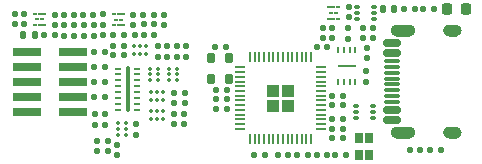
<source format=gtp>
G04 #@! TF.GenerationSoftware,KiCad,Pcbnew,8.0.3*
G04 #@! TF.CreationDate,2024-07-15T22:14:38+10:00*
G04 #@! TF.ProjectId,rs-probe,72732d70-726f-4626-952e-6b696361645f,rev?*
G04 #@! TF.SameCoordinates,Original*
G04 #@! TF.FileFunction,Paste,Top*
G04 #@! TF.FilePolarity,Positive*
%FSLAX46Y46*%
G04 Gerber Fmt 4.6, Leading zero omitted, Abs format (unit mm)*
G04 Created by KiCad (PCBNEW 8.0.3) date 2024-07-15 22:14:38*
%MOMM*%
%LPD*%
G01*
G04 APERTURE LIST*
G04 Aperture macros list*
%AMRoundRect*
0 Rectangle with rounded corners*
0 $1 Rounding radius*
0 $2 $3 $4 $5 $6 $7 $8 $9 X,Y pos of 4 corners*
0 Add a 4 corners polygon primitive as box body*
4,1,4,$2,$3,$4,$5,$6,$7,$8,$9,$2,$3,0*
0 Add four circle primitives for the rounded corners*
1,1,$1+$1,$2,$3*
1,1,$1+$1,$4,$5*
1,1,$1+$1,$6,$7*
1,1,$1+$1,$8,$9*
0 Add four rect primitives between the rounded corners*
20,1,$1+$1,$2,$3,$4,$5,0*
20,1,$1+$1,$4,$5,$6,$7,0*
20,1,$1+$1,$6,$7,$8,$9,0*
20,1,$1+$1,$8,$9,$2,$3,0*%
G04 Aperture macros list end*
%ADD10C,0.500000*%
%ADD11C,0.100000*%
%ADD12RoundRect,0.185000X-1.015000X-0.185000X1.015000X-0.185000X1.015000X0.185000X-1.015000X0.185000X0*%
%ADD13RoundRect,0.150000X0.575000X-0.150000X0.575000X0.150000X-0.575000X0.150000X-0.575000X-0.150000X0*%
%ADD14O,1.450000X0.300000*%
%ADD15RoundRect,0.125000X0.200000X0.000010X-0.200000X0.000010X-0.200000X-0.000010X0.200000X-0.000010X0*%
%ADD16RoundRect,0.075000X0.075000X1.875000X-0.075000X1.875000X-0.075000X-1.875000X0.075000X-1.875000X0*%
%ADD17RoundRect,0.137500X0.137500X-0.137500X0.137500X0.137500X-0.137500X0.137500X-0.137500X-0.137500X0*%
%ADD18RoundRect,0.137500X-0.137500X-0.137500X0.137500X-0.137500X0.137500X0.137500X-0.137500X0.137500X0*%
%ADD19RoundRect,0.250000X-0.292217X0.292217X-0.292217X-0.292217X0.292217X-0.292217X0.292217X0.292217X0*%
%ADD20RoundRect,0.050000X-0.050000X0.387500X-0.050000X-0.387500X0.050000X-0.387500X0.050000X0.387500X0*%
%ADD21RoundRect,0.050000X-0.387500X0.050000X-0.387500X-0.050000X0.387500X-0.050000X0.387500X0.050000X0*%
%ADD22RoundRect,0.137500X0.137500X0.137500X-0.137500X0.137500X-0.137500X-0.137500X0.137500X-0.137500X0*%
%ADD23RoundRect,0.067500X-0.097500X-0.067500X0.097500X-0.067500X0.097500X0.067500X-0.097500X0.067500X0*%
%ADD24RoundRect,0.147500X-0.147500X-0.172500X0.147500X-0.172500X0.147500X0.172500X-0.147500X0.172500X0*%
%ADD25RoundRect,0.137500X-0.137500X0.137500X-0.137500X-0.137500X0.137500X-0.137500X0.137500X0.137500X0*%
%ADD26RoundRect,0.075000X-0.150000X-0.075000X0.150000X-0.075000X0.150000X0.075000X-0.150000X0.075000X0*%
%ADD27RoundRect,0.067500X-0.067500X0.097500X-0.067500X-0.097500X0.067500X-0.097500X0.067500X0.097500X0*%
%ADD28RoundRect,0.060000X0.130000X-0.060000X0.130000X0.060000X-0.130000X0.060000X-0.130000X-0.060000X0*%
%ADD29RoundRect,0.062500X0.087500X-0.062500X0.087500X0.062500X-0.087500X0.062500X-0.087500X-0.062500X0*%
%ADD30R,0.650000X0.850000*%
%ADD31O,0.250000X0.600000*%
%ADD32R,1.600000X0.200000*%
%ADD33RoundRect,0.067500X0.097500X0.067500X-0.097500X0.067500X-0.097500X-0.067500X0.097500X-0.067500X0*%
%ADD34RoundRect,0.067500X0.067500X-0.097500X0.067500X0.097500X-0.067500X0.097500X-0.067500X-0.097500X0*%
%ADD35RoundRect,0.218750X0.218750X0.256250X-0.218750X0.256250X-0.218750X-0.256250X0.218750X-0.256250X0*%
%ADD36RoundRect,0.175000X-0.175000X0.275000X-0.175000X-0.275000X0.175000X-0.275000X0.175000X0.275000X0*%
G04 APERTURE END LIST*
D10*
X183170000Y-90320000D02*
G75*
G02*
X182670000Y-90320000I-250000J0D01*
G01*
X182670000Y-90320000D02*
G75*
G02*
X183170000Y-90320000I250000J0D01*
G01*
D11*
X181820000Y-81230000D02*
X182920000Y-81230000D01*
X182920000Y-82130000D01*
X181820000Y-82130000D01*
X181820000Y-81230000D01*
G36*
X181820000Y-81230000D02*
G01*
X182920000Y-81230000D01*
X182920000Y-82130000D01*
X181820000Y-82130000D01*
X181820000Y-81230000D01*
G37*
D10*
X182070000Y-81680000D02*
G75*
G02*
X181570000Y-81680000I-250000J0D01*
G01*
X181570000Y-81680000D02*
G75*
G02*
X182070000Y-81680000I250000J0D01*
G01*
X182070000Y-90320000D02*
G75*
G02*
X181570000Y-90320000I-250000J0D01*
G01*
X181570000Y-90320000D02*
G75*
G02*
X182070000Y-90320000I250000J0D01*
G01*
X186500000Y-90320000D02*
G75*
G02*
X186000000Y-90320000I-250000J0D01*
G01*
X186000000Y-90320000D02*
G75*
G02*
X186500000Y-90320000I250000J0D01*
G01*
D11*
X186250000Y-81230000D02*
X186850000Y-81230000D01*
X186850000Y-82130000D01*
X186250000Y-82130000D01*
X186250000Y-81230000D01*
G36*
X186250000Y-81230000D02*
G01*
X186850000Y-81230000D01*
X186850000Y-82130000D01*
X186250000Y-82130000D01*
X186250000Y-81230000D01*
G37*
D10*
X186500000Y-81680000D02*
G75*
G02*
X186000000Y-81680000I-250000J0D01*
G01*
X186000000Y-81680000D02*
G75*
G02*
X186500000Y-81680000I250000J0D01*
G01*
D11*
X186250000Y-89870000D02*
X186850000Y-89870000D01*
X186850000Y-90770000D01*
X186250000Y-90770000D01*
X186250000Y-89870000D01*
G36*
X186250000Y-89870000D02*
G01*
X186850000Y-89870000D01*
X186850000Y-90770000D01*
X186250000Y-90770000D01*
X186250000Y-89870000D01*
G37*
D10*
X187100000Y-90320000D02*
G75*
G02*
X186600000Y-90320000I-250000J0D01*
G01*
X186600000Y-90320000D02*
G75*
G02*
X187100000Y-90320000I250000J0D01*
G01*
X187100000Y-81680000D02*
G75*
G02*
X186600000Y-81680000I-250000J0D01*
G01*
X186600000Y-81680000D02*
G75*
G02*
X187100000Y-81680000I250000J0D01*
G01*
X183170000Y-81680000D02*
G75*
G02*
X182670000Y-81680000I-250000J0D01*
G01*
X182670000Y-81680000D02*
G75*
G02*
X183170000Y-81680000I250000J0D01*
G01*
D11*
X181820000Y-89870000D02*
X182920000Y-89870000D01*
X182920000Y-90770000D01*
X181820000Y-90770000D01*
X181820000Y-89870000D01*
G36*
X181820000Y-89870000D02*
G01*
X182920000Y-89870000D01*
X182920000Y-90770000D01*
X181820000Y-90770000D01*
X181820000Y-89870000D01*
G37*
D12*
X150550000Y-83460000D03*
X154450000Y-83460000D03*
X150550000Y-84730000D03*
X154450000Y-84730000D03*
X150550000Y-86000000D03*
X154450000Y-86000000D03*
X150550000Y-87270000D03*
X154450000Y-87270000D03*
X150550000Y-88540000D03*
X154450000Y-88540000D03*
D13*
X181455000Y-89250000D03*
X181455000Y-88450000D03*
D14*
X181455000Y-87250000D03*
X181455000Y-86250000D03*
X181455000Y-85750000D03*
X181455000Y-84750000D03*
D13*
X181455000Y-83550000D03*
X181455000Y-82750000D03*
X181455000Y-82750000D03*
X181455000Y-83550000D03*
D14*
X181455000Y-84250000D03*
X181455000Y-85250000D03*
X181455000Y-86750000D03*
X181455000Y-87750000D03*
D13*
X181455000Y-88450000D03*
X181455000Y-89250000D03*
D15*
X159877328Y-88400000D03*
X159877328Y-87900000D03*
X159877328Y-87400000D03*
X159877328Y-86900000D03*
X159877328Y-86400000D03*
X159877328Y-85900000D03*
X159877328Y-85400000D03*
X159877328Y-84900000D03*
X158227328Y-84900000D03*
X158227328Y-85400000D03*
X158227328Y-85900000D03*
X158227328Y-86400000D03*
X158227328Y-86900000D03*
X158227328Y-87400000D03*
X158227328Y-87900000D03*
X158227328Y-88400000D03*
D16*
X159052328Y-86650000D03*
D17*
X160450000Y-82050000D03*
X160450000Y-81150000D03*
D18*
X156500000Y-91850000D03*
X157400000Y-91850000D03*
D17*
X179300000Y-84050000D03*
X179300000Y-83150000D03*
D19*
X172637500Y-86762500D03*
X171362500Y-86762500D03*
X172637500Y-88037500D03*
X171362500Y-88037500D03*
D20*
X174600000Y-83962500D03*
X174200000Y-83962500D03*
X173800000Y-83962500D03*
X173400000Y-83962500D03*
X173000000Y-83962500D03*
X172600000Y-83962500D03*
X172200000Y-83962500D03*
X171800000Y-83962500D03*
X171400000Y-83962500D03*
X171000000Y-83962500D03*
X170600000Y-83962500D03*
X170200000Y-83962500D03*
X169800000Y-83962500D03*
X169400000Y-83962500D03*
D21*
X168562500Y-84800000D03*
X168562500Y-85200000D03*
X168562500Y-85600000D03*
X168562500Y-86000000D03*
X168562500Y-86400000D03*
X168562500Y-86800000D03*
X168562500Y-87200000D03*
X168562500Y-87600000D03*
X168562500Y-88000000D03*
X168562500Y-88400000D03*
X168562500Y-88800000D03*
X168562500Y-89200000D03*
X168562500Y-89600000D03*
X168562500Y-90000000D03*
D20*
X169400000Y-90837500D03*
X169800000Y-90837500D03*
X170200000Y-90837500D03*
X170600000Y-90837500D03*
X171000000Y-90837500D03*
X171400000Y-90837500D03*
X171800000Y-90837500D03*
X172200000Y-90837500D03*
X172600000Y-90837500D03*
X173000000Y-90837500D03*
X173400000Y-90837500D03*
X173800000Y-90837500D03*
X174200000Y-90837500D03*
X174600000Y-90837500D03*
D21*
X175437500Y-90000000D03*
X175437500Y-89600000D03*
X175437500Y-89200000D03*
X175437500Y-88800000D03*
X175437500Y-88400000D03*
X175437500Y-88000000D03*
X175437500Y-87600000D03*
X175437500Y-87200000D03*
X175437500Y-86800000D03*
X175437500Y-86400000D03*
X175437500Y-86000000D03*
X175437500Y-85600000D03*
X175437500Y-85200000D03*
X175437500Y-84800000D03*
D22*
X167350000Y-83100000D03*
X166450000Y-83100000D03*
D23*
X160960000Y-84900000D03*
X160960000Y-85400000D03*
X160960000Y-85900000D03*
X161640000Y-85900000D03*
X161640000Y-85400000D03*
X161640000Y-84900000D03*
D22*
X172650000Y-92200000D03*
X171750000Y-92200000D03*
D24*
X180665000Y-79900000D03*
X181635000Y-79900000D03*
D25*
X176400000Y-81450000D03*
X176400000Y-82350000D03*
D17*
X163217328Y-83900000D03*
X163217328Y-83000000D03*
D18*
X162977328Y-87000000D03*
X163877328Y-87000000D03*
D17*
X154550000Y-82125000D03*
X154550000Y-81225000D03*
X158150000Y-92250000D03*
X158150000Y-91350000D03*
D22*
X157400000Y-91040000D03*
X156500000Y-91040000D03*
D25*
X159550000Y-80350000D03*
X159550000Y-81250000D03*
D22*
X167450000Y-86700000D03*
X166550000Y-86700000D03*
D26*
X178500000Y-79700000D03*
X178500000Y-80200000D03*
X178500000Y-80700000D03*
X179900000Y-80700000D03*
X179900000Y-80200000D03*
X179900000Y-79700000D03*
D27*
X162077328Y-86900000D03*
X161577328Y-86900000D03*
X161077328Y-86900000D03*
X161077328Y-87580000D03*
X161577328Y-87580000D03*
X162077328Y-87580000D03*
D22*
X170650000Y-92200000D03*
X169750000Y-92200000D03*
D18*
X162977328Y-87800000D03*
X163877328Y-87800000D03*
D25*
X153700000Y-81225000D03*
X153700000Y-82125000D03*
X150300000Y-80250000D03*
X150300000Y-81150000D03*
X177725000Y-81475000D03*
X177725000Y-82375000D03*
D22*
X161250000Y-80350000D03*
X160350000Y-80350000D03*
D17*
X161250000Y-82050000D03*
X161250000Y-81150000D03*
D22*
X158750000Y-82950000D03*
X157850000Y-82950000D03*
D18*
X176350000Y-90800000D03*
X177250000Y-90800000D03*
D28*
X158065000Y-80775000D03*
X158535000Y-80775000D03*
D29*
X157900000Y-81250000D03*
X158300000Y-81250000D03*
X158700000Y-81250000D03*
X158700000Y-80300000D03*
X158300000Y-80300000D03*
X157900000Y-80300000D03*
D17*
X161617328Y-83900000D03*
X161617328Y-83000000D03*
D25*
X157000000Y-80300000D03*
X157000000Y-81200000D03*
D17*
X149500000Y-81150000D03*
X149500000Y-80250000D03*
D18*
X184650000Y-91800000D03*
X185550000Y-91800000D03*
D17*
X156200000Y-82125000D03*
X156200000Y-81225000D03*
D23*
X162560000Y-84900000D03*
X162560000Y-85400000D03*
X162560000Y-85900000D03*
X163240000Y-85900000D03*
X163240000Y-85400000D03*
X163240000Y-84900000D03*
D30*
X179525000Y-92225000D03*
X178675000Y-92225000D03*
X178675000Y-90775000D03*
X179525000Y-90775000D03*
D18*
X176350000Y-89200000D03*
X177250000Y-89200000D03*
D22*
X152900000Y-82075000D03*
X152000000Y-82075000D03*
X158750000Y-83750000D03*
X157850000Y-83750000D03*
D17*
X175600000Y-82350000D03*
X175600000Y-81450000D03*
D31*
X178350000Y-83300000D03*
X177850000Y-83300000D03*
X177350000Y-83300000D03*
X176850000Y-83300000D03*
X176850000Y-86000000D03*
X177350000Y-86000000D03*
X177850000Y-86000000D03*
X178350000Y-86000000D03*
D32*
X177600000Y-84650000D03*
D18*
X175050000Y-83100000D03*
X175950000Y-83100000D03*
D25*
X152900000Y-80325000D03*
X152900000Y-81225000D03*
D17*
X162417328Y-83900000D03*
X162417328Y-83000000D03*
D26*
X178400000Y-88100000D03*
X178400000Y-88600000D03*
X178400000Y-89100000D03*
X179800000Y-89100000D03*
X179800000Y-88600000D03*
X179800000Y-88100000D03*
D22*
X157150000Y-87270000D03*
X156250000Y-87270000D03*
D17*
X159750000Y-90500000D03*
X159750000Y-89600000D03*
D22*
X157150000Y-84730000D03*
X156250000Y-84730000D03*
D28*
X151365000Y-80725000D03*
X151835000Y-80725000D03*
D29*
X151200000Y-81200000D03*
X151600000Y-81200000D03*
X152000000Y-81200000D03*
X152000000Y-80250000D03*
X151600000Y-80250000D03*
X151200000Y-80250000D03*
D33*
X158900000Y-90500000D03*
X158900000Y-90000000D03*
X158900000Y-89500000D03*
X158220000Y-89500000D03*
X158220000Y-90000000D03*
X158220000Y-90500000D03*
D22*
X174300000Y-92200000D03*
X173400000Y-92200000D03*
X177550000Y-92200000D03*
X176650000Y-92200000D03*
D34*
X159600000Y-83700000D03*
X160100000Y-83700000D03*
X160600000Y-83700000D03*
X160600000Y-83020000D03*
X160100000Y-83020000D03*
X159600000Y-83020000D03*
D18*
X155250000Y-80325000D03*
X156150000Y-80325000D03*
X162950000Y-89560000D03*
X163850000Y-89560000D03*
D22*
X167450000Y-88300000D03*
X166550000Y-88300000D03*
X157850000Y-82050000D03*
X156950000Y-82050000D03*
D18*
X176350000Y-87200000D03*
X177250000Y-87200000D03*
D22*
X157150000Y-83460000D03*
X156250000Y-83460000D03*
D17*
X164017328Y-83900000D03*
X164017328Y-83000000D03*
D18*
X162950000Y-88760000D03*
X163850000Y-88760000D03*
X176350000Y-90000000D03*
X177250000Y-90000000D03*
D17*
X179200000Y-86000000D03*
X179200000Y-85100000D03*
D24*
X150230000Y-82075000D03*
X151200000Y-82075000D03*
D18*
X158750000Y-82050000D03*
X159650000Y-82050000D03*
D25*
X157100000Y-88750000D03*
X157100000Y-89650000D03*
D18*
X178950000Y-81500000D03*
X179850000Y-81500000D03*
D17*
X155400000Y-82125000D03*
X155400000Y-81225000D03*
D35*
X187700000Y-79900000D03*
X186125000Y-79900000D03*
D22*
X175950000Y-92200000D03*
X175050000Y-92200000D03*
D27*
X162077328Y-88500000D03*
X161577328Y-88500000D03*
X161077328Y-88500000D03*
X161077328Y-89180000D03*
X161577328Y-89180000D03*
X162077328Y-89180000D03*
D25*
X177800000Y-79650000D03*
X177800000Y-80550000D03*
D22*
X167450000Y-87500000D03*
X166550000Y-87500000D03*
D36*
X166150000Y-84000000D03*
X166150000Y-85800000D03*
X167650000Y-85775000D03*
X167650000Y-84025000D03*
D22*
X179850000Y-82300000D03*
X178950000Y-82300000D03*
X183850000Y-91800000D03*
X182950000Y-91800000D03*
X185000000Y-79900000D03*
X184100000Y-79900000D03*
D28*
X176240001Y-80199999D03*
X176710001Y-80199999D03*
D29*
X176075001Y-80674999D03*
X176475001Y-80674999D03*
X176875001Y-80674999D03*
X176875001Y-79724999D03*
X176475001Y-79724999D03*
X176075001Y-79724999D03*
D22*
X154550000Y-80325000D03*
X153650000Y-80325000D03*
X183350000Y-79900000D03*
X182450000Y-79900000D03*
D25*
X156300000Y-88750000D03*
X156300000Y-89650000D03*
X162100000Y-80350000D03*
X162100000Y-81250000D03*
D18*
X176350000Y-88000000D03*
X177250000Y-88000000D03*
D22*
X157150000Y-86000000D03*
X156250000Y-86000000D03*
M02*

</source>
